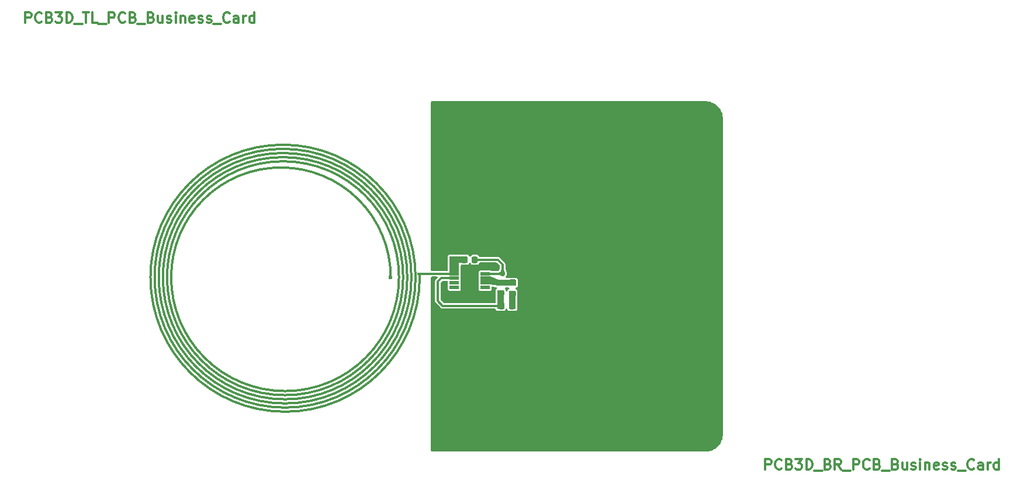
<source format=gbr>
%TF.GenerationSoftware,KiCad,Pcbnew,8.0.1*%
%TF.CreationDate,2024-04-04T11:53:40-04:00*%
%TF.ProjectId,PCB_Business_Card,5043425f-4275-4736-996e-6573735f4361,0*%
%TF.SameCoordinates,Original*%
%TF.FileFunction,Copper,L1,Top*%
%TF.FilePolarity,Positive*%
%FSLAX46Y46*%
G04 Gerber Fmt 4.6, Leading zero omitted, Abs format (unit mm)*
G04 Created by KiCad (PCBNEW 8.0.1) date 2024-04-04 11:53:40*
%MOMM*%
%LPD*%
G01*
G04 APERTURE LIST*
G04 Aperture macros list*
%AMRoundRect*
0 Rectangle with rounded corners*
0 $1 Rounding radius*
0 $2 $3 $4 $5 $6 $7 $8 $9 X,Y pos of 4 corners*
0 Add a 4 corners polygon primitive as box body*
4,1,4,$2,$3,$4,$5,$6,$7,$8,$9,$2,$3,0*
0 Add four circle primitives for the rounded corners*
1,1,$1+$1,$2,$3*
1,1,$1+$1,$4,$5*
1,1,$1+$1,$6,$7*
1,1,$1+$1,$8,$9*
0 Add four rect primitives between the rounded corners*
20,1,$1+$1,$2,$3,$4,$5,0*
20,1,$1+$1,$4,$5,$6,$7,0*
20,1,$1+$1,$6,$7,$8,$9,0*
20,1,$1+$1,$8,$9,$2,$3,0*%
G04 Aperture macros list end*
%ADD10C,0.300000*%
%TA.AperFunction,NonConductor*%
%ADD11C,0.300000*%
%TD*%
%TA.AperFunction,EtchedComponent*%
%ADD12C,0.300000*%
%TD*%
%TA.AperFunction,SMDPad,CuDef*%
%ADD13RoundRect,0.225000X-0.250000X0.225000X-0.250000X-0.225000X0.250000X-0.225000X0.250000X0.225000X0*%
%TD*%
%TA.AperFunction,ComponentPad*%
%ADD14C,0.700000*%
%TD*%
%TA.AperFunction,SMDPad,CuDef*%
%ADD15R,1.358900X0.508000*%
%TD*%
%TA.AperFunction,ComponentPad*%
%ADD16C,0.600000*%
%TD*%
%TA.AperFunction,SMDPad,CuDef*%
%ADD17RoundRect,0.075000X-1.125000X-0.075000X1.125000X-0.075000X1.125000X0.075000X-1.125000X0.075000X0*%
%TD*%
%TA.AperFunction,SMDPad,CuDef*%
%ADD18RoundRect,0.225000X-0.225000X-0.250000X0.225000X-0.250000X0.225000X0.250000X-0.225000X0.250000X0*%
%TD*%
%TA.AperFunction,SMDPad,CuDef*%
%ADD19RoundRect,0.200000X-0.275000X0.200000X-0.275000X-0.200000X0.275000X-0.200000X0.275000X0.200000X0*%
%TD*%
%TA.AperFunction,SMDPad,CuDef*%
%ADD20RoundRect,0.218750X-0.218750X-0.256250X0.218750X-0.256250X0.218750X0.256250X-0.218750X0.256250X0*%
%TD*%
%TA.AperFunction,Conductor*%
%ADD21C,0.300000*%
%TD*%
G04 APERTURE END LIST*
D10*
D11*
X183942510Y-116894828D02*
X183942510Y-115394828D01*
X183942510Y-115394828D02*
X184513939Y-115394828D01*
X184513939Y-115394828D02*
X184656796Y-115466257D01*
X184656796Y-115466257D02*
X184728225Y-115537685D01*
X184728225Y-115537685D02*
X184799653Y-115680542D01*
X184799653Y-115680542D02*
X184799653Y-115894828D01*
X184799653Y-115894828D02*
X184728225Y-116037685D01*
X184728225Y-116037685D02*
X184656796Y-116109114D01*
X184656796Y-116109114D02*
X184513939Y-116180542D01*
X184513939Y-116180542D02*
X183942510Y-116180542D01*
X186299653Y-116751971D02*
X186228225Y-116823400D01*
X186228225Y-116823400D02*
X186013939Y-116894828D01*
X186013939Y-116894828D02*
X185871082Y-116894828D01*
X185871082Y-116894828D02*
X185656796Y-116823400D01*
X185656796Y-116823400D02*
X185513939Y-116680542D01*
X185513939Y-116680542D02*
X185442510Y-116537685D01*
X185442510Y-116537685D02*
X185371082Y-116251971D01*
X185371082Y-116251971D02*
X185371082Y-116037685D01*
X185371082Y-116037685D02*
X185442510Y-115751971D01*
X185442510Y-115751971D02*
X185513939Y-115609114D01*
X185513939Y-115609114D02*
X185656796Y-115466257D01*
X185656796Y-115466257D02*
X185871082Y-115394828D01*
X185871082Y-115394828D02*
X186013939Y-115394828D01*
X186013939Y-115394828D02*
X186228225Y-115466257D01*
X186228225Y-115466257D02*
X186299653Y-115537685D01*
X187442510Y-116109114D02*
X187656796Y-116180542D01*
X187656796Y-116180542D02*
X187728225Y-116251971D01*
X187728225Y-116251971D02*
X187799653Y-116394828D01*
X187799653Y-116394828D02*
X187799653Y-116609114D01*
X187799653Y-116609114D02*
X187728225Y-116751971D01*
X187728225Y-116751971D02*
X187656796Y-116823400D01*
X187656796Y-116823400D02*
X187513939Y-116894828D01*
X187513939Y-116894828D02*
X186942510Y-116894828D01*
X186942510Y-116894828D02*
X186942510Y-115394828D01*
X186942510Y-115394828D02*
X187442510Y-115394828D01*
X187442510Y-115394828D02*
X187585368Y-115466257D01*
X187585368Y-115466257D02*
X187656796Y-115537685D01*
X187656796Y-115537685D02*
X187728225Y-115680542D01*
X187728225Y-115680542D02*
X187728225Y-115823400D01*
X187728225Y-115823400D02*
X187656796Y-115966257D01*
X187656796Y-115966257D02*
X187585368Y-116037685D01*
X187585368Y-116037685D02*
X187442510Y-116109114D01*
X187442510Y-116109114D02*
X186942510Y-116109114D01*
X188299653Y-115394828D02*
X189228225Y-115394828D01*
X189228225Y-115394828D02*
X188728225Y-115966257D01*
X188728225Y-115966257D02*
X188942510Y-115966257D01*
X188942510Y-115966257D02*
X189085368Y-116037685D01*
X189085368Y-116037685D02*
X189156796Y-116109114D01*
X189156796Y-116109114D02*
X189228225Y-116251971D01*
X189228225Y-116251971D02*
X189228225Y-116609114D01*
X189228225Y-116609114D02*
X189156796Y-116751971D01*
X189156796Y-116751971D02*
X189085368Y-116823400D01*
X189085368Y-116823400D02*
X188942510Y-116894828D01*
X188942510Y-116894828D02*
X188513939Y-116894828D01*
X188513939Y-116894828D02*
X188371082Y-116823400D01*
X188371082Y-116823400D02*
X188299653Y-116751971D01*
X189871081Y-116894828D02*
X189871081Y-115394828D01*
X189871081Y-115394828D02*
X190228224Y-115394828D01*
X190228224Y-115394828D02*
X190442510Y-115466257D01*
X190442510Y-115466257D02*
X190585367Y-115609114D01*
X190585367Y-115609114D02*
X190656796Y-115751971D01*
X190656796Y-115751971D02*
X190728224Y-116037685D01*
X190728224Y-116037685D02*
X190728224Y-116251971D01*
X190728224Y-116251971D02*
X190656796Y-116537685D01*
X190656796Y-116537685D02*
X190585367Y-116680542D01*
X190585367Y-116680542D02*
X190442510Y-116823400D01*
X190442510Y-116823400D02*
X190228224Y-116894828D01*
X190228224Y-116894828D02*
X189871081Y-116894828D01*
X191013939Y-117037685D02*
X192156796Y-117037685D01*
X193013938Y-116109114D02*
X193228224Y-116180542D01*
X193228224Y-116180542D02*
X193299653Y-116251971D01*
X193299653Y-116251971D02*
X193371081Y-116394828D01*
X193371081Y-116394828D02*
X193371081Y-116609114D01*
X193371081Y-116609114D02*
X193299653Y-116751971D01*
X193299653Y-116751971D02*
X193228224Y-116823400D01*
X193228224Y-116823400D02*
X193085367Y-116894828D01*
X193085367Y-116894828D02*
X192513938Y-116894828D01*
X192513938Y-116894828D02*
X192513938Y-115394828D01*
X192513938Y-115394828D02*
X193013938Y-115394828D01*
X193013938Y-115394828D02*
X193156796Y-115466257D01*
X193156796Y-115466257D02*
X193228224Y-115537685D01*
X193228224Y-115537685D02*
X193299653Y-115680542D01*
X193299653Y-115680542D02*
X193299653Y-115823400D01*
X193299653Y-115823400D02*
X193228224Y-115966257D01*
X193228224Y-115966257D02*
X193156796Y-116037685D01*
X193156796Y-116037685D02*
X193013938Y-116109114D01*
X193013938Y-116109114D02*
X192513938Y-116109114D01*
X194871081Y-116894828D02*
X194371081Y-116180542D01*
X194013938Y-116894828D02*
X194013938Y-115394828D01*
X194013938Y-115394828D02*
X194585367Y-115394828D01*
X194585367Y-115394828D02*
X194728224Y-115466257D01*
X194728224Y-115466257D02*
X194799653Y-115537685D01*
X194799653Y-115537685D02*
X194871081Y-115680542D01*
X194871081Y-115680542D02*
X194871081Y-115894828D01*
X194871081Y-115894828D02*
X194799653Y-116037685D01*
X194799653Y-116037685D02*
X194728224Y-116109114D01*
X194728224Y-116109114D02*
X194585367Y-116180542D01*
X194585367Y-116180542D02*
X194013938Y-116180542D01*
X195156796Y-117037685D02*
X196299653Y-117037685D01*
X196656795Y-116894828D02*
X196656795Y-115394828D01*
X196656795Y-115394828D02*
X197228224Y-115394828D01*
X197228224Y-115394828D02*
X197371081Y-115466257D01*
X197371081Y-115466257D02*
X197442510Y-115537685D01*
X197442510Y-115537685D02*
X197513938Y-115680542D01*
X197513938Y-115680542D02*
X197513938Y-115894828D01*
X197513938Y-115894828D02*
X197442510Y-116037685D01*
X197442510Y-116037685D02*
X197371081Y-116109114D01*
X197371081Y-116109114D02*
X197228224Y-116180542D01*
X197228224Y-116180542D02*
X196656795Y-116180542D01*
X199013938Y-116751971D02*
X198942510Y-116823400D01*
X198942510Y-116823400D02*
X198728224Y-116894828D01*
X198728224Y-116894828D02*
X198585367Y-116894828D01*
X198585367Y-116894828D02*
X198371081Y-116823400D01*
X198371081Y-116823400D02*
X198228224Y-116680542D01*
X198228224Y-116680542D02*
X198156795Y-116537685D01*
X198156795Y-116537685D02*
X198085367Y-116251971D01*
X198085367Y-116251971D02*
X198085367Y-116037685D01*
X198085367Y-116037685D02*
X198156795Y-115751971D01*
X198156795Y-115751971D02*
X198228224Y-115609114D01*
X198228224Y-115609114D02*
X198371081Y-115466257D01*
X198371081Y-115466257D02*
X198585367Y-115394828D01*
X198585367Y-115394828D02*
X198728224Y-115394828D01*
X198728224Y-115394828D02*
X198942510Y-115466257D01*
X198942510Y-115466257D02*
X199013938Y-115537685D01*
X200156795Y-116109114D02*
X200371081Y-116180542D01*
X200371081Y-116180542D02*
X200442510Y-116251971D01*
X200442510Y-116251971D02*
X200513938Y-116394828D01*
X200513938Y-116394828D02*
X200513938Y-116609114D01*
X200513938Y-116609114D02*
X200442510Y-116751971D01*
X200442510Y-116751971D02*
X200371081Y-116823400D01*
X200371081Y-116823400D02*
X200228224Y-116894828D01*
X200228224Y-116894828D02*
X199656795Y-116894828D01*
X199656795Y-116894828D02*
X199656795Y-115394828D01*
X199656795Y-115394828D02*
X200156795Y-115394828D01*
X200156795Y-115394828D02*
X200299653Y-115466257D01*
X200299653Y-115466257D02*
X200371081Y-115537685D01*
X200371081Y-115537685D02*
X200442510Y-115680542D01*
X200442510Y-115680542D02*
X200442510Y-115823400D01*
X200442510Y-115823400D02*
X200371081Y-115966257D01*
X200371081Y-115966257D02*
X200299653Y-116037685D01*
X200299653Y-116037685D02*
X200156795Y-116109114D01*
X200156795Y-116109114D02*
X199656795Y-116109114D01*
X200799653Y-117037685D02*
X201942510Y-117037685D01*
X202799652Y-116109114D02*
X203013938Y-116180542D01*
X203013938Y-116180542D02*
X203085367Y-116251971D01*
X203085367Y-116251971D02*
X203156795Y-116394828D01*
X203156795Y-116394828D02*
X203156795Y-116609114D01*
X203156795Y-116609114D02*
X203085367Y-116751971D01*
X203085367Y-116751971D02*
X203013938Y-116823400D01*
X203013938Y-116823400D02*
X202871081Y-116894828D01*
X202871081Y-116894828D02*
X202299652Y-116894828D01*
X202299652Y-116894828D02*
X202299652Y-115394828D01*
X202299652Y-115394828D02*
X202799652Y-115394828D01*
X202799652Y-115394828D02*
X202942510Y-115466257D01*
X202942510Y-115466257D02*
X203013938Y-115537685D01*
X203013938Y-115537685D02*
X203085367Y-115680542D01*
X203085367Y-115680542D02*
X203085367Y-115823400D01*
X203085367Y-115823400D02*
X203013938Y-115966257D01*
X203013938Y-115966257D02*
X202942510Y-116037685D01*
X202942510Y-116037685D02*
X202799652Y-116109114D01*
X202799652Y-116109114D02*
X202299652Y-116109114D01*
X204442510Y-115894828D02*
X204442510Y-116894828D01*
X203799652Y-115894828D02*
X203799652Y-116680542D01*
X203799652Y-116680542D02*
X203871081Y-116823400D01*
X203871081Y-116823400D02*
X204013938Y-116894828D01*
X204013938Y-116894828D02*
X204228224Y-116894828D01*
X204228224Y-116894828D02*
X204371081Y-116823400D01*
X204371081Y-116823400D02*
X204442510Y-116751971D01*
X205085367Y-116823400D02*
X205228224Y-116894828D01*
X205228224Y-116894828D02*
X205513938Y-116894828D01*
X205513938Y-116894828D02*
X205656795Y-116823400D01*
X205656795Y-116823400D02*
X205728224Y-116680542D01*
X205728224Y-116680542D02*
X205728224Y-116609114D01*
X205728224Y-116609114D02*
X205656795Y-116466257D01*
X205656795Y-116466257D02*
X205513938Y-116394828D01*
X205513938Y-116394828D02*
X205299653Y-116394828D01*
X205299653Y-116394828D02*
X205156795Y-116323400D01*
X205156795Y-116323400D02*
X205085367Y-116180542D01*
X205085367Y-116180542D02*
X205085367Y-116109114D01*
X205085367Y-116109114D02*
X205156795Y-115966257D01*
X205156795Y-115966257D02*
X205299653Y-115894828D01*
X205299653Y-115894828D02*
X205513938Y-115894828D01*
X205513938Y-115894828D02*
X205656795Y-115966257D01*
X206371081Y-116894828D02*
X206371081Y-115894828D01*
X206371081Y-115394828D02*
X206299653Y-115466257D01*
X206299653Y-115466257D02*
X206371081Y-115537685D01*
X206371081Y-115537685D02*
X206442510Y-115466257D01*
X206442510Y-115466257D02*
X206371081Y-115394828D01*
X206371081Y-115394828D02*
X206371081Y-115537685D01*
X207085367Y-115894828D02*
X207085367Y-116894828D01*
X207085367Y-116037685D02*
X207156796Y-115966257D01*
X207156796Y-115966257D02*
X207299653Y-115894828D01*
X207299653Y-115894828D02*
X207513939Y-115894828D01*
X207513939Y-115894828D02*
X207656796Y-115966257D01*
X207656796Y-115966257D02*
X207728225Y-116109114D01*
X207728225Y-116109114D02*
X207728225Y-116894828D01*
X209013939Y-116823400D02*
X208871082Y-116894828D01*
X208871082Y-116894828D02*
X208585368Y-116894828D01*
X208585368Y-116894828D02*
X208442510Y-116823400D01*
X208442510Y-116823400D02*
X208371082Y-116680542D01*
X208371082Y-116680542D02*
X208371082Y-116109114D01*
X208371082Y-116109114D02*
X208442510Y-115966257D01*
X208442510Y-115966257D02*
X208585368Y-115894828D01*
X208585368Y-115894828D02*
X208871082Y-115894828D01*
X208871082Y-115894828D02*
X209013939Y-115966257D01*
X209013939Y-115966257D02*
X209085368Y-116109114D01*
X209085368Y-116109114D02*
X209085368Y-116251971D01*
X209085368Y-116251971D02*
X208371082Y-116394828D01*
X209656796Y-116823400D02*
X209799653Y-116894828D01*
X209799653Y-116894828D02*
X210085367Y-116894828D01*
X210085367Y-116894828D02*
X210228224Y-116823400D01*
X210228224Y-116823400D02*
X210299653Y-116680542D01*
X210299653Y-116680542D02*
X210299653Y-116609114D01*
X210299653Y-116609114D02*
X210228224Y-116466257D01*
X210228224Y-116466257D02*
X210085367Y-116394828D01*
X210085367Y-116394828D02*
X209871082Y-116394828D01*
X209871082Y-116394828D02*
X209728224Y-116323400D01*
X209728224Y-116323400D02*
X209656796Y-116180542D01*
X209656796Y-116180542D02*
X209656796Y-116109114D01*
X209656796Y-116109114D02*
X209728224Y-115966257D01*
X209728224Y-115966257D02*
X209871082Y-115894828D01*
X209871082Y-115894828D02*
X210085367Y-115894828D01*
X210085367Y-115894828D02*
X210228224Y-115966257D01*
X210871082Y-116823400D02*
X211013939Y-116894828D01*
X211013939Y-116894828D02*
X211299653Y-116894828D01*
X211299653Y-116894828D02*
X211442510Y-116823400D01*
X211442510Y-116823400D02*
X211513939Y-116680542D01*
X211513939Y-116680542D02*
X211513939Y-116609114D01*
X211513939Y-116609114D02*
X211442510Y-116466257D01*
X211442510Y-116466257D02*
X211299653Y-116394828D01*
X211299653Y-116394828D02*
X211085368Y-116394828D01*
X211085368Y-116394828D02*
X210942510Y-116323400D01*
X210942510Y-116323400D02*
X210871082Y-116180542D01*
X210871082Y-116180542D02*
X210871082Y-116109114D01*
X210871082Y-116109114D02*
X210942510Y-115966257D01*
X210942510Y-115966257D02*
X211085368Y-115894828D01*
X211085368Y-115894828D02*
X211299653Y-115894828D01*
X211299653Y-115894828D02*
X211442510Y-115966257D01*
X211799654Y-117037685D02*
X212942511Y-117037685D01*
X214156796Y-116751971D02*
X214085368Y-116823400D01*
X214085368Y-116823400D02*
X213871082Y-116894828D01*
X213871082Y-116894828D02*
X213728225Y-116894828D01*
X213728225Y-116894828D02*
X213513939Y-116823400D01*
X213513939Y-116823400D02*
X213371082Y-116680542D01*
X213371082Y-116680542D02*
X213299653Y-116537685D01*
X213299653Y-116537685D02*
X213228225Y-116251971D01*
X213228225Y-116251971D02*
X213228225Y-116037685D01*
X213228225Y-116037685D02*
X213299653Y-115751971D01*
X213299653Y-115751971D02*
X213371082Y-115609114D01*
X213371082Y-115609114D02*
X213513939Y-115466257D01*
X213513939Y-115466257D02*
X213728225Y-115394828D01*
X213728225Y-115394828D02*
X213871082Y-115394828D01*
X213871082Y-115394828D02*
X214085368Y-115466257D01*
X214085368Y-115466257D02*
X214156796Y-115537685D01*
X215442511Y-116894828D02*
X215442511Y-116109114D01*
X215442511Y-116109114D02*
X215371082Y-115966257D01*
X215371082Y-115966257D02*
X215228225Y-115894828D01*
X215228225Y-115894828D02*
X214942511Y-115894828D01*
X214942511Y-115894828D02*
X214799653Y-115966257D01*
X215442511Y-116823400D02*
X215299653Y-116894828D01*
X215299653Y-116894828D02*
X214942511Y-116894828D01*
X214942511Y-116894828D02*
X214799653Y-116823400D01*
X214799653Y-116823400D02*
X214728225Y-116680542D01*
X214728225Y-116680542D02*
X214728225Y-116537685D01*
X214728225Y-116537685D02*
X214799653Y-116394828D01*
X214799653Y-116394828D02*
X214942511Y-116323400D01*
X214942511Y-116323400D02*
X215299653Y-116323400D01*
X215299653Y-116323400D02*
X215442511Y-116251971D01*
X216156796Y-116894828D02*
X216156796Y-115894828D01*
X216156796Y-116180542D02*
X216228225Y-116037685D01*
X216228225Y-116037685D02*
X216299654Y-115966257D01*
X216299654Y-115966257D02*
X216442511Y-115894828D01*
X216442511Y-115894828D02*
X216585368Y-115894828D01*
X217728225Y-116894828D02*
X217728225Y-115394828D01*
X217728225Y-116823400D02*
X217585367Y-116894828D01*
X217585367Y-116894828D02*
X217299653Y-116894828D01*
X217299653Y-116894828D02*
X217156796Y-116823400D01*
X217156796Y-116823400D02*
X217085367Y-116751971D01*
X217085367Y-116751971D02*
X217013939Y-116609114D01*
X217013939Y-116609114D02*
X217013939Y-116180542D01*
X217013939Y-116180542D02*
X217085367Y-116037685D01*
X217085367Y-116037685D02*
X217156796Y-115966257D01*
X217156796Y-115966257D02*
X217299653Y-115894828D01*
X217299653Y-115894828D02*
X217585367Y-115894828D01*
X217585367Y-115894828D02*
X217728225Y-115966257D01*
D10*
D11*
X76754510Y-52124828D02*
X76754510Y-50624828D01*
X76754510Y-50624828D02*
X77325939Y-50624828D01*
X77325939Y-50624828D02*
X77468796Y-50696257D01*
X77468796Y-50696257D02*
X77540225Y-50767685D01*
X77540225Y-50767685D02*
X77611653Y-50910542D01*
X77611653Y-50910542D02*
X77611653Y-51124828D01*
X77611653Y-51124828D02*
X77540225Y-51267685D01*
X77540225Y-51267685D02*
X77468796Y-51339114D01*
X77468796Y-51339114D02*
X77325939Y-51410542D01*
X77325939Y-51410542D02*
X76754510Y-51410542D01*
X79111653Y-51981971D02*
X79040225Y-52053400D01*
X79040225Y-52053400D02*
X78825939Y-52124828D01*
X78825939Y-52124828D02*
X78683082Y-52124828D01*
X78683082Y-52124828D02*
X78468796Y-52053400D01*
X78468796Y-52053400D02*
X78325939Y-51910542D01*
X78325939Y-51910542D02*
X78254510Y-51767685D01*
X78254510Y-51767685D02*
X78183082Y-51481971D01*
X78183082Y-51481971D02*
X78183082Y-51267685D01*
X78183082Y-51267685D02*
X78254510Y-50981971D01*
X78254510Y-50981971D02*
X78325939Y-50839114D01*
X78325939Y-50839114D02*
X78468796Y-50696257D01*
X78468796Y-50696257D02*
X78683082Y-50624828D01*
X78683082Y-50624828D02*
X78825939Y-50624828D01*
X78825939Y-50624828D02*
X79040225Y-50696257D01*
X79040225Y-50696257D02*
X79111653Y-50767685D01*
X80254510Y-51339114D02*
X80468796Y-51410542D01*
X80468796Y-51410542D02*
X80540225Y-51481971D01*
X80540225Y-51481971D02*
X80611653Y-51624828D01*
X80611653Y-51624828D02*
X80611653Y-51839114D01*
X80611653Y-51839114D02*
X80540225Y-51981971D01*
X80540225Y-51981971D02*
X80468796Y-52053400D01*
X80468796Y-52053400D02*
X80325939Y-52124828D01*
X80325939Y-52124828D02*
X79754510Y-52124828D01*
X79754510Y-52124828D02*
X79754510Y-50624828D01*
X79754510Y-50624828D02*
X80254510Y-50624828D01*
X80254510Y-50624828D02*
X80397368Y-50696257D01*
X80397368Y-50696257D02*
X80468796Y-50767685D01*
X80468796Y-50767685D02*
X80540225Y-50910542D01*
X80540225Y-50910542D02*
X80540225Y-51053400D01*
X80540225Y-51053400D02*
X80468796Y-51196257D01*
X80468796Y-51196257D02*
X80397368Y-51267685D01*
X80397368Y-51267685D02*
X80254510Y-51339114D01*
X80254510Y-51339114D02*
X79754510Y-51339114D01*
X81111653Y-50624828D02*
X82040225Y-50624828D01*
X82040225Y-50624828D02*
X81540225Y-51196257D01*
X81540225Y-51196257D02*
X81754510Y-51196257D01*
X81754510Y-51196257D02*
X81897368Y-51267685D01*
X81897368Y-51267685D02*
X81968796Y-51339114D01*
X81968796Y-51339114D02*
X82040225Y-51481971D01*
X82040225Y-51481971D02*
X82040225Y-51839114D01*
X82040225Y-51839114D02*
X81968796Y-51981971D01*
X81968796Y-51981971D02*
X81897368Y-52053400D01*
X81897368Y-52053400D02*
X81754510Y-52124828D01*
X81754510Y-52124828D02*
X81325939Y-52124828D01*
X81325939Y-52124828D02*
X81183082Y-52053400D01*
X81183082Y-52053400D02*
X81111653Y-51981971D01*
X82683081Y-52124828D02*
X82683081Y-50624828D01*
X82683081Y-50624828D02*
X83040224Y-50624828D01*
X83040224Y-50624828D02*
X83254510Y-50696257D01*
X83254510Y-50696257D02*
X83397367Y-50839114D01*
X83397367Y-50839114D02*
X83468796Y-50981971D01*
X83468796Y-50981971D02*
X83540224Y-51267685D01*
X83540224Y-51267685D02*
X83540224Y-51481971D01*
X83540224Y-51481971D02*
X83468796Y-51767685D01*
X83468796Y-51767685D02*
X83397367Y-51910542D01*
X83397367Y-51910542D02*
X83254510Y-52053400D01*
X83254510Y-52053400D02*
X83040224Y-52124828D01*
X83040224Y-52124828D02*
X82683081Y-52124828D01*
X83825939Y-52267685D02*
X84968796Y-52267685D01*
X85111653Y-50624828D02*
X85968796Y-50624828D01*
X85540224Y-52124828D02*
X85540224Y-50624828D01*
X87183081Y-52124828D02*
X86468795Y-52124828D01*
X86468795Y-52124828D02*
X86468795Y-50624828D01*
X87325939Y-52267685D02*
X88468796Y-52267685D01*
X88825938Y-52124828D02*
X88825938Y-50624828D01*
X88825938Y-50624828D02*
X89397367Y-50624828D01*
X89397367Y-50624828D02*
X89540224Y-50696257D01*
X89540224Y-50696257D02*
X89611653Y-50767685D01*
X89611653Y-50767685D02*
X89683081Y-50910542D01*
X89683081Y-50910542D02*
X89683081Y-51124828D01*
X89683081Y-51124828D02*
X89611653Y-51267685D01*
X89611653Y-51267685D02*
X89540224Y-51339114D01*
X89540224Y-51339114D02*
X89397367Y-51410542D01*
X89397367Y-51410542D02*
X88825938Y-51410542D01*
X91183081Y-51981971D02*
X91111653Y-52053400D01*
X91111653Y-52053400D02*
X90897367Y-52124828D01*
X90897367Y-52124828D02*
X90754510Y-52124828D01*
X90754510Y-52124828D02*
X90540224Y-52053400D01*
X90540224Y-52053400D02*
X90397367Y-51910542D01*
X90397367Y-51910542D02*
X90325938Y-51767685D01*
X90325938Y-51767685D02*
X90254510Y-51481971D01*
X90254510Y-51481971D02*
X90254510Y-51267685D01*
X90254510Y-51267685D02*
X90325938Y-50981971D01*
X90325938Y-50981971D02*
X90397367Y-50839114D01*
X90397367Y-50839114D02*
X90540224Y-50696257D01*
X90540224Y-50696257D02*
X90754510Y-50624828D01*
X90754510Y-50624828D02*
X90897367Y-50624828D01*
X90897367Y-50624828D02*
X91111653Y-50696257D01*
X91111653Y-50696257D02*
X91183081Y-50767685D01*
X92325938Y-51339114D02*
X92540224Y-51410542D01*
X92540224Y-51410542D02*
X92611653Y-51481971D01*
X92611653Y-51481971D02*
X92683081Y-51624828D01*
X92683081Y-51624828D02*
X92683081Y-51839114D01*
X92683081Y-51839114D02*
X92611653Y-51981971D01*
X92611653Y-51981971D02*
X92540224Y-52053400D01*
X92540224Y-52053400D02*
X92397367Y-52124828D01*
X92397367Y-52124828D02*
X91825938Y-52124828D01*
X91825938Y-52124828D02*
X91825938Y-50624828D01*
X91825938Y-50624828D02*
X92325938Y-50624828D01*
X92325938Y-50624828D02*
X92468796Y-50696257D01*
X92468796Y-50696257D02*
X92540224Y-50767685D01*
X92540224Y-50767685D02*
X92611653Y-50910542D01*
X92611653Y-50910542D02*
X92611653Y-51053400D01*
X92611653Y-51053400D02*
X92540224Y-51196257D01*
X92540224Y-51196257D02*
X92468796Y-51267685D01*
X92468796Y-51267685D02*
X92325938Y-51339114D01*
X92325938Y-51339114D02*
X91825938Y-51339114D01*
X92968796Y-52267685D02*
X94111653Y-52267685D01*
X94968795Y-51339114D02*
X95183081Y-51410542D01*
X95183081Y-51410542D02*
X95254510Y-51481971D01*
X95254510Y-51481971D02*
X95325938Y-51624828D01*
X95325938Y-51624828D02*
X95325938Y-51839114D01*
X95325938Y-51839114D02*
X95254510Y-51981971D01*
X95254510Y-51981971D02*
X95183081Y-52053400D01*
X95183081Y-52053400D02*
X95040224Y-52124828D01*
X95040224Y-52124828D02*
X94468795Y-52124828D01*
X94468795Y-52124828D02*
X94468795Y-50624828D01*
X94468795Y-50624828D02*
X94968795Y-50624828D01*
X94968795Y-50624828D02*
X95111653Y-50696257D01*
X95111653Y-50696257D02*
X95183081Y-50767685D01*
X95183081Y-50767685D02*
X95254510Y-50910542D01*
X95254510Y-50910542D02*
X95254510Y-51053400D01*
X95254510Y-51053400D02*
X95183081Y-51196257D01*
X95183081Y-51196257D02*
X95111653Y-51267685D01*
X95111653Y-51267685D02*
X94968795Y-51339114D01*
X94968795Y-51339114D02*
X94468795Y-51339114D01*
X96611653Y-51124828D02*
X96611653Y-52124828D01*
X95968795Y-51124828D02*
X95968795Y-51910542D01*
X95968795Y-51910542D02*
X96040224Y-52053400D01*
X96040224Y-52053400D02*
X96183081Y-52124828D01*
X96183081Y-52124828D02*
X96397367Y-52124828D01*
X96397367Y-52124828D02*
X96540224Y-52053400D01*
X96540224Y-52053400D02*
X96611653Y-51981971D01*
X97254510Y-52053400D02*
X97397367Y-52124828D01*
X97397367Y-52124828D02*
X97683081Y-52124828D01*
X97683081Y-52124828D02*
X97825938Y-52053400D01*
X97825938Y-52053400D02*
X97897367Y-51910542D01*
X97897367Y-51910542D02*
X97897367Y-51839114D01*
X97897367Y-51839114D02*
X97825938Y-51696257D01*
X97825938Y-51696257D02*
X97683081Y-51624828D01*
X97683081Y-51624828D02*
X97468796Y-51624828D01*
X97468796Y-51624828D02*
X97325938Y-51553400D01*
X97325938Y-51553400D02*
X97254510Y-51410542D01*
X97254510Y-51410542D02*
X97254510Y-51339114D01*
X97254510Y-51339114D02*
X97325938Y-51196257D01*
X97325938Y-51196257D02*
X97468796Y-51124828D01*
X97468796Y-51124828D02*
X97683081Y-51124828D01*
X97683081Y-51124828D02*
X97825938Y-51196257D01*
X98540224Y-52124828D02*
X98540224Y-51124828D01*
X98540224Y-50624828D02*
X98468796Y-50696257D01*
X98468796Y-50696257D02*
X98540224Y-50767685D01*
X98540224Y-50767685D02*
X98611653Y-50696257D01*
X98611653Y-50696257D02*
X98540224Y-50624828D01*
X98540224Y-50624828D02*
X98540224Y-50767685D01*
X99254510Y-51124828D02*
X99254510Y-52124828D01*
X99254510Y-51267685D02*
X99325939Y-51196257D01*
X99325939Y-51196257D02*
X99468796Y-51124828D01*
X99468796Y-51124828D02*
X99683082Y-51124828D01*
X99683082Y-51124828D02*
X99825939Y-51196257D01*
X99825939Y-51196257D02*
X99897368Y-51339114D01*
X99897368Y-51339114D02*
X99897368Y-52124828D01*
X101183082Y-52053400D02*
X101040225Y-52124828D01*
X101040225Y-52124828D02*
X100754511Y-52124828D01*
X100754511Y-52124828D02*
X100611653Y-52053400D01*
X100611653Y-52053400D02*
X100540225Y-51910542D01*
X100540225Y-51910542D02*
X100540225Y-51339114D01*
X100540225Y-51339114D02*
X100611653Y-51196257D01*
X100611653Y-51196257D02*
X100754511Y-51124828D01*
X100754511Y-51124828D02*
X101040225Y-51124828D01*
X101040225Y-51124828D02*
X101183082Y-51196257D01*
X101183082Y-51196257D02*
X101254511Y-51339114D01*
X101254511Y-51339114D02*
X101254511Y-51481971D01*
X101254511Y-51481971D02*
X100540225Y-51624828D01*
X101825939Y-52053400D02*
X101968796Y-52124828D01*
X101968796Y-52124828D02*
X102254510Y-52124828D01*
X102254510Y-52124828D02*
X102397367Y-52053400D01*
X102397367Y-52053400D02*
X102468796Y-51910542D01*
X102468796Y-51910542D02*
X102468796Y-51839114D01*
X102468796Y-51839114D02*
X102397367Y-51696257D01*
X102397367Y-51696257D02*
X102254510Y-51624828D01*
X102254510Y-51624828D02*
X102040225Y-51624828D01*
X102040225Y-51624828D02*
X101897367Y-51553400D01*
X101897367Y-51553400D02*
X101825939Y-51410542D01*
X101825939Y-51410542D02*
X101825939Y-51339114D01*
X101825939Y-51339114D02*
X101897367Y-51196257D01*
X101897367Y-51196257D02*
X102040225Y-51124828D01*
X102040225Y-51124828D02*
X102254510Y-51124828D01*
X102254510Y-51124828D02*
X102397367Y-51196257D01*
X103040225Y-52053400D02*
X103183082Y-52124828D01*
X103183082Y-52124828D02*
X103468796Y-52124828D01*
X103468796Y-52124828D02*
X103611653Y-52053400D01*
X103611653Y-52053400D02*
X103683082Y-51910542D01*
X103683082Y-51910542D02*
X103683082Y-51839114D01*
X103683082Y-51839114D02*
X103611653Y-51696257D01*
X103611653Y-51696257D02*
X103468796Y-51624828D01*
X103468796Y-51624828D02*
X103254511Y-51624828D01*
X103254511Y-51624828D02*
X103111653Y-51553400D01*
X103111653Y-51553400D02*
X103040225Y-51410542D01*
X103040225Y-51410542D02*
X103040225Y-51339114D01*
X103040225Y-51339114D02*
X103111653Y-51196257D01*
X103111653Y-51196257D02*
X103254511Y-51124828D01*
X103254511Y-51124828D02*
X103468796Y-51124828D01*
X103468796Y-51124828D02*
X103611653Y-51196257D01*
X103968797Y-52267685D02*
X105111654Y-52267685D01*
X106325939Y-51981971D02*
X106254511Y-52053400D01*
X106254511Y-52053400D02*
X106040225Y-52124828D01*
X106040225Y-52124828D02*
X105897368Y-52124828D01*
X105897368Y-52124828D02*
X105683082Y-52053400D01*
X105683082Y-52053400D02*
X105540225Y-51910542D01*
X105540225Y-51910542D02*
X105468796Y-51767685D01*
X105468796Y-51767685D02*
X105397368Y-51481971D01*
X105397368Y-51481971D02*
X105397368Y-51267685D01*
X105397368Y-51267685D02*
X105468796Y-50981971D01*
X105468796Y-50981971D02*
X105540225Y-50839114D01*
X105540225Y-50839114D02*
X105683082Y-50696257D01*
X105683082Y-50696257D02*
X105897368Y-50624828D01*
X105897368Y-50624828D02*
X106040225Y-50624828D01*
X106040225Y-50624828D02*
X106254511Y-50696257D01*
X106254511Y-50696257D02*
X106325939Y-50767685D01*
X107611654Y-52124828D02*
X107611654Y-51339114D01*
X107611654Y-51339114D02*
X107540225Y-51196257D01*
X107540225Y-51196257D02*
X107397368Y-51124828D01*
X107397368Y-51124828D02*
X107111654Y-51124828D01*
X107111654Y-51124828D02*
X106968796Y-51196257D01*
X107611654Y-52053400D02*
X107468796Y-52124828D01*
X107468796Y-52124828D02*
X107111654Y-52124828D01*
X107111654Y-52124828D02*
X106968796Y-52053400D01*
X106968796Y-52053400D02*
X106897368Y-51910542D01*
X106897368Y-51910542D02*
X106897368Y-51767685D01*
X106897368Y-51767685D02*
X106968796Y-51624828D01*
X106968796Y-51624828D02*
X107111654Y-51553400D01*
X107111654Y-51553400D02*
X107468796Y-51553400D01*
X107468796Y-51553400D02*
X107611654Y-51481971D01*
X108325939Y-52124828D02*
X108325939Y-51124828D01*
X108325939Y-51410542D02*
X108397368Y-51267685D01*
X108397368Y-51267685D02*
X108468797Y-51196257D01*
X108468797Y-51196257D02*
X108611654Y-51124828D01*
X108611654Y-51124828D02*
X108754511Y-51124828D01*
X109897368Y-52124828D02*
X109897368Y-50624828D01*
X109897368Y-52053400D02*
X109754510Y-52124828D01*
X109754510Y-52124828D02*
X109468796Y-52124828D01*
X109468796Y-52124828D02*
X109325939Y-52053400D01*
X109325939Y-52053400D02*
X109254510Y-51981971D01*
X109254510Y-51981971D02*
X109183082Y-51839114D01*
X109183082Y-51839114D02*
X109183082Y-51410542D01*
X109183082Y-51410542D02*
X109254510Y-51267685D01*
X109254510Y-51267685D02*
X109325939Y-51196257D01*
X109325939Y-51196257D02*
X109468796Y-51124828D01*
X109468796Y-51124828D02*
X109754510Y-51124828D01*
X109754510Y-51124828D02*
X109897368Y-51196257D01*
D12*
%TO.C,REF\u002A\u002A*%
X133868030Y-88519000D02*
X134368030Y-88519000D01*
X133868030Y-89019000D02*
X133868030Y-88519000D01*
X94868030Y-89019000D02*
G75*
G02*
X133268030Y-89019000I19200000J0D01*
G01*
X95468030Y-89019000D02*
G75*
G02*
X132668030Y-89019000I18600000J0D01*
G01*
X96068030Y-89019000D02*
G75*
G02*
X132068030Y-89019000I18000000J0D01*
G01*
X96668030Y-89019000D02*
G75*
G02*
X131468030Y-89019000I17400000J0D01*
G01*
X97268030Y-89019000D02*
G75*
G02*
X130868030Y-89019000I16800000J0D01*
G01*
X97868030Y-89019000D02*
G75*
G02*
X129668030Y-89019000I15900000J2830D01*
G01*
X130868029Y-89019000D02*
G75*
G02*
X97868031Y-89019000I-16499999J-10909D01*
G01*
X131468030Y-89019000D02*
G75*
G02*
X97268030Y-89019000I-17100000J0D01*
G01*
X132068030Y-89019000D02*
G75*
G02*
X96668030Y-89019000I-17700000J0D01*
G01*
X132668030Y-89019000D02*
G75*
G02*
X96068030Y-89019000I-18300000J0D01*
G01*
X133268030Y-89019000D02*
G75*
G02*
X95468030Y-89019000I-18900000J0D01*
G01*
X133868030Y-89019000D02*
G75*
G02*
X94868030Y-89019000I-19500000J0D01*
G01*
%TD*%
D13*
%TO.P,C1,1*%
%TO.N,Net-(U1-VCC)*%
X145601000Y-89814400D03*
%TO.P,C1,2*%
%TO.N,Net-(D1-K)*%
X145601000Y-91364400D03*
%TD*%
D14*
%TO.P,,*%
%TO.N,Net-(U1-LA)*%
X145880400Y-88519000D03*
%TD*%
D15*
%TO.P,U1,1,LA*%
%TO.N,Net-(U1-LA)*%
X138895400Y-88519000D03*
%TO.P,U1,2,VSS*%
%TO.N,Net-(D1-K)*%
X138895400Y-89168986D03*
%TO.P,U1,3,SCL*%
%TO.N,unconnected-(U1-SCL-Pad3)*%
X138895400Y-89818972D03*
%TO.P,U1,4,FD*%
%TO.N,unconnected-(U1-FD-Pad4)*%
X138895400Y-90468958D03*
%TO.P,U1,5,SDA*%
%TO.N,unconnected-(U1-SDA-Pad5)*%
X143353100Y-90468958D03*
%TO.P,U1,6,VCC*%
%TO.N,Net-(U1-VCC)*%
X143353100Y-89818972D03*
%TO.P,U1,7,VOUT*%
X143353100Y-89168986D03*
%TO.P,U1,8,LB*%
%TO.N,Net-(U1-LA)*%
X143353100Y-88519000D03*
%TD*%
D16*
%TO.P,REF\u002A\u002A,*%
%TO.N,Net-(U1-LA)*%
X129668030Y-89019000D03*
D17*
%TO.P,REF\u002A\u002A,1*%
X134718030Y-88519000D03*
%TD*%
D18*
%TO.P,C2,1*%
%TO.N,Net-(U1-LA)*%
X140309000Y-86487000D03*
%TO.P,C2,2*%
X141859000Y-86487000D03*
%TD*%
D19*
%TO.P,R1,1*%
%TO.N,Net-(U1-VCC)*%
X147302800Y-89763600D03*
%TO.P,R1,2*%
%TO.N,Net-(D1-A)*%
X147302800Y-91413600D03*
%TD*%
D20*
%TO.P,D1,1,K*%
%TO.N,Net-(D1-K)*%
X145677100Y-93167200D03*
%TO.P,D1,2,A*%
%TO.N,Net-(D1-A)*%
X147252100Y-93167200D03*
%TD*%
D21*
%TO.N,Net-(D1-K)*%
X136975414Y-89168986D02*
X136482400Y-89662000D01*
X136482400Y-89662000D02*
X136482400Y-92456000D01*
X136482400Y-92456000D02*
X137193600Y-93167200D01*
X138895400Y-89168986D02*
X136975414Y-89168986D01*
X137193600Y-93167200D02*
X145677100Y-93167200D01*
%TO.N,Net-(U1-LA)*%
X145880400Y-87155600D02*
X145880400Y-88519000D01*
X145211800Y-86487000D02*
X145880400Y-87155600D01*
X143353100Y-88519000D02*
X145880400Y-88519000D01*
X138895400Y-88519000D02*
X134820430Y-88519000D01*
X141859000Y-86487000D02*
X145211800Y-86487000D01*
%TD*%
%TA.AperFunction,Conductor*%
%TO.N,Net-(U1-VCC)*%
G36*
X144093522Y-88923760D02*
G01*
X145321600Y-89357200D01*
X147812600Y-89357200D01*
X147847248Y-89371552D01*
X147861600Y-89406200D01*
X147861600Y-90222600D01*
X147847248Y-90257248D01*
X147812600Y-90271600D01*
X145325419Y-90271600D01*
X145317826Y-90271008D01*
X144118168Y-90082826D01*
X144098538Y-90075160D01*
X144092208Y-90070930D01*
X144092207Y-90070929D01*
X144092206Y-90070929D01*
X144047610Y-90062058D01*
X142729000Y-90062058D01*
X142694352Y-90047706D01*
X142680000Y-90013058D01*
X142680000Y-88974899D01*
X142694352Y-88940251D01*
X142728997Y-88925899D01*
X144047606Y-88925899D01*
X144067660Y-88921910D01*
X144093522Y-88923760D01*
G37*
%TD.AperFunction*%
%TD*%
%TA.AperFunction,Conductor*%
%TO.N,Net-(U1-LA)*%
G36*
X140752448Y-86018752D02*
G01*
X140766800Y-86053400D01*
X140766800Y-86895200D01*
X140752448Y-86929848D01*
X140717800Y-86944200D01*
X139573000Y-86944200D01*
X139573000Y-88713086D01*
X139558648Y-88747734D01*
X139524000Y-88762086D01*
X138250400Y-88762086D01*
X138215752Y-88747734D01*
X138201400Y-88713086D01*
X138201400Y-86053400D01*
X138215752Y-86018752D01*
X138250400Y-86004400D01*
X140717800Y-86004400D01*
X140752448Y-86018752D01*
G37*
%TD.AperFunction*%
%TD*%
%TA.AperFunction,Conductor*%
%TO.N,Net-(U1-LA)*%
G36*
X146030020Y-87822427D02*
G01*
X146032934Y-87827274D01*
X146200652Y-88374920D01*
X146199798Y-88383834D01*
X146193971Y-88389144D01*
X145884906Y-88518119D01*
X145875951Y-88518142D01*
X145875894Y-88518119D01*
X145566828Y-88389144D01*
X145560513Y-88382795D01*
X145560147Y-88374922D01*
X145727866Y-87827273D01*
X145733565Y-87820367D01*
X145739053Y-87819000D01*
X146021747Y-87819000D01*
X146030020Y-87822427D01*
G37*
%TD.AperFunction*%
%TD*%
%TA.AperFunction,NonConductor*%
G36*
X146811416Y-90546785D02*
G01*
X146857171Y-90599589D01*
X146867115Y-90668747D01*
X146838090Y-90732303D01*
X146779312Y-90770077D01*
X146773750Y-90771443D01*
X146771419Y-90772150D01*
X146736774Y-90786501D01*
X146653887Y-90841885D01*
X146598507Y-90924765D01*
X146598500Y-90924777D01*
X146585828Y-90955368D01*
X146584667Y-90957912D01*
X146584147Y-90959428D01*
X146583586Y-90962251D01*
X146582413Y-90964491D01*
X146581461Y-90967273D01*
X146581034Y-90967127D01*
X146551195Y-91024159D01*
X146490476Y-91058727D01*
X146420707Y-91054981D01*
X146364039Y-91014109D01*
X146342927Y-90961048D01*
X146340289Y-90961573D01*
X146319651Y-90857825D01*
X146319649Y-90857819D01*
X146305298Y-90823174D01*
X146271550Y-90772667D01*
X146249915Y-90740288D01*
X146249914Y-90740287D01*
X146248408Y-90738781D01*
X146246173Y-90734689D01*
X146243130Y-90730134D01*
X146243537Y-90729861D01*
X146214923Y-90677458D01*
X146219907Y-90607766D01*
X146261779Y-90551833D01*
X146327243Y-90527416D01*
X146336089Y-90527100D01*
X146744377Y-90527100D01*
X146811416Y-90546785D01*
G37*
%TD.AperFunction*%
%TA.AperFunction,NonConductor*%
G36*
X145061584Y-86907185D02*
G01*
X145082226Y-86923819D01*
X145443581Y-87285174D01*
X145477066Y-87346497D01*
X145479900Y-87372855D01*
X145479900Y-87745863D01*
X145474464Y-87782174D01*
X145416170Y-87972517D01*
X145377717Y-88030854D01*
X145333918Y-88054770D01*
X145237174Y-88084399D01*
X145143574Y-88113064D01*
X145107265Y-88118500D01*
X144298614Y-88118500D01*
X144231575Y-88098815D01*
X144216284Y-88086493D01*
X144213151Y-88084400D01*
X144213151Y-88084399D01*
X144155698Y-88046011D01*
X144130289Y-88029033D01*
X144130285Y-88029032D01*
X144057227Y-88014500D01*
X144057224Y-88014500D01*
X142648976Y-88014500D01*
X142648973Y-88014500D01*
X142575914Y-88029032D01*
X142575910Y-88029033D01*
X142493049Y-88084399D01*
X142437683Y-88167260D01*
X142437682Y-88167264D01*
X142423150Y-88240321D01*
X142423150Y-88797677D01*
X142427551Y-88819806D01*
X142427551Y-88868180D01*
X142423150Y-88890308D01*
X142423150Y-89447665D01*
X142423747Y-89453728D01*
X142423230Y-89453778D01*
X142424500Y-89466663D01*
X142424500Y-89521297D01*
X142423232Y-89534184D01*
X142423747Y-89534235D01*
X142423150Y-89540297D01*
X142423150Y-90097649D01*
X142427551Y-90119778D01*
X142427551Y-90168152D01*
X142423150Y-90190280D01*
X142423150Y-90747636D01*
X142437682Y-90820693D01*
X142437683Y-90820697D01*
X142437684Y-90820698D01*
X142493049Y-90903559D01*
X142524805Y-90924777D01*
X142575910Y-90958924D01*
X142575914Y-90958925D01*
X142648971Y-90973457D01*
X142648974Y-90973458D01*
X142648976Y-90973458D01*
X144057226Y-90973458D01*
X144057227Y-90973457D01*
X144130290Y-90958924D01*
X144213151Y-90903559D01*
X144268516Y-90820698D01*
X144283050Y-90747632D01*
X144283050Y-90512280D01*
X144302735Y-90445241D01*
X144355539Y-90399486D01*
X144424697Y-90389542D01*
X144426203Y-90389768D01*
X144963274Y-90474015D01*
X145026452Y-90503851D01*
X145063471Y-90563107D01*
X145062577Y-90632971D01*
X145024054Y-90691261D01*
X145012949Y-90699619D01*
X144952087Y-90740286D01*
X144896707Y-90823165D01*
X144896700Y-90823177D01*
X144884028Y-90853768D01*
X144882867Y-90856312D01*
X144882349Y-90857824D01*
X144862900Y-90955597D01*
X144862900Y-92642700D01*
X144843215Y-92709739D01*
X144790411Y-92755494D01*
X144738900Y-92766700D01*
X137410854Y-92766700D01*
X137343815Y-92747015D01*
X137323173Y-92730381D01*
X136919219Y-92326426D01*
X136885734Y-92265103D01*
X136882900Y-92238745D01*
X136882900Y-89879255D01*
X136902585Y-89812216D01*
X136919219Y-89791574D01*
X137104988Y-89605805D01*
X137166311Y-89572320D01*
X137192669Y-89569486D01*
X137841450Y-89569486D01*
X137908489Y-89589171D01*
X137954244Y-89641975D01*
X137965450Y-89693486D01*
X137965450Y-90097649D01*
X137969851Y-90119778D01*
X137969851Y-90168152D01*
X137965450Y-90190280D01*
X137965450Y-90747636D01*
X137979982Y-90820693D01*
X137979983Y-90820697D01*
X137979984Y-90820698D01*
X138035349Y-90903559D01*
X138067105Y-90924777D01*
X138118210Y-90958924D01*
X138118214Y-90958925D01*
X138191271Y-90973457D01*
X138191274Y-90973458D01*
X138191276Y-90973458D01*
X139599526Y-90973458D01*
X139599527Y-90973457D01*
X139672590Y-90958924D01*
X139755451Y-90903559D01*
X139810816Y-90820698D01*
X139825350Y-90747632D01*
X139825350Y-90190284D01*
X139825350Y-90190281D01*
X139820949Y-90168162D01*
X139820949Y-90119768D01*
X139825350Y-90097648D01*
X139825350Y-89540295D01*
X139820949Y-89518176D01*
X139820949Y-89469782D01*
X139825350Y-89447662D01*
X139825350Y-88890309D01*
X139820949Y-88868190D01*
X139820949Y-88819796D01*
X139825350Y-88797676D01*
X139825350Y-88741134D01*
X139827734Y-88716937D01*
X139828500Y-88713087D01*
X139828500Y-87326882D01*
X139848185Y-87259843D01*
X139900989Y-87214088D01*
X139970147Y-87204144D01*
X139981024Y-87206207D01*
X139981876Y-87206408D01*
X139981886Y-87206412D01*
X140038515Y-87212500D01*
X140579484Y-87212499D01*
X140636114Y-87206412D01*
X140643665Y-87204628D01*
X140643890Y-87205580D01*
X140676483Y-87199700D01*
X140717804Y-87199700D01*
X140815574Y-87180251D01*
X140815575Y-87180250D01*
X140815578Y-87180250D01*
X140850226Y-87165898D01*
X140933112Y-87110515D01*
X140988498Y-87027626D01*
X141001022Y-86997390D01*
X141044863Y-86942989D01*
X141111158Y-86920925D01*
X141178857Y-86938205D01*
X141214849Y-86970535D01*
X141294313Y-87076687D01*
X141403774Y-87158628D01*
X141531886Y-87206412D01*
X141588515Y-87212500D01*
X142129484Y-87212499D01*
X142186114Y-87206412D01*
X142314226Y-87158628D01*
X142423687Y-87076687D01*
X142505628Y-86967226D01*
X142505630Y-86967220D01*
X142509877Y-86959444D01*
X142511246Y-86960191D01*
X142547150Y-86912232D01*
X142612615Y-86887816D01*
X142621459Y-86887500D01*
X144994545Y-86887500D01*
X145061584Y-86907185D01*
G37*
%TD.AperFunction*%
%TA.AperFunction,NonConductor*%
G36*
X175260927Y-63500013D02*
G01*
X175406957Y-63502218D01*
X175419998Y-63503105D01*
X175710834Y-63538419D01*
X175725531Y-63541112D01*
X176009072Y-63610999D01*
X176023362Y-63615453D01*
X176296390Y-63718998D01*
X176310045Y-63725144D01*
X176568595Y-63860842D01*
X176581409Y-63868588D01*
X176821731Y-64034470D01*
X176833514Y-64043702D01*
X177052078Y-64237333D01*
X177062666Y-64247921D01*
X177256297Y-64466485D01*
X177265532Y-64478272D01*
X177431411Y-64718590D01*
X177439157Y-64731404D01*
X177574855Y-64989954D01*
X177581001Y-65003609D01*
X177684546Y-65276637D01*
X177689001Y-65290932D01*
X177758883Y-65574450D01*
X177761582Y-65589179D01*
X177796892Y-65879983D01*
X177797782Y-65893058D01*
X177799986Y-66039071D01*
X177800000Y-66040943D01*
X177800000Y-111759056D01*
X177799986Y-111760928D01*
X177797782Y-111906941D01*
X177796892Y-111920016D01*
X177761582Y-112210820D01*
X177758883Y-112225549D01*
X177689001Y-112509067D01*
X177684546Y-112523362D01*
X177581001Y-112796390D01*
X177574855Y-112810045D01*
X177439157Y-113068595D01*
X177431411Y-113081409D01*
X177265532Y-113321727D01*
X177256297Y-113333514D01*
X177062666Y-113552078D01*
X177052078Y-113562666D01*
X176833514Y-113756297D01*
X176821727Y-113765532D01*
X176581409Y-113931411D01*
X176568595Y-113939157D01*
X176310045Y-114074855D01*
X176296390Y-114081001D01*
X176023362Y-114184546D01*
X176009067Y-114189001D01*
X175725549Y-114258883D01*
X175710820Y-114261582D01*
X175420016Y-114296892D01*
X175406941Y-114297782D01*
X175319730Y-114299098D01*
X175260926Y-114299986D01*
X175259057Y-114300000D01*
X135633000Y-114300000D01*
X135565961Y-114280315D01*
X135520206Y-114227511D01*
X135509000Y-114176000D01*
X135509000Y-89043500D01*
X135528685Y-88976461D01*
X135581489Y-88930706D01*
X135633000Y-88919500D01*
X136359145Y-88919500D01*
X136426184Y-88939185D01*
X136471939Y-88991989D01*
X136481883Y-89061147D01*
X136452858Y-89124703D01*
X136446826Y-89131181D01*
X136161922Y-89416084D01*
X136161918Y-89416090D01*
X136109192Y-89507413D01*
X136109191Y-89507413D01*
X136099874Y-89542191D01*
X136099874Y-89542192D01*
X136081900Y-89609273D01*
X136081900Y-92508726D01*
X136109193Y-92610589D01*
X136127733Y-92642700D01*
X136161920Y-92701913D01*
X136161921Y-92701914D01*
X136161922Y-92701915D01*
X136868779Y-93408771D01*
X136868789Y-93408782D01*
X136947688Y-93487681D01*
X136979333Y-93505951D01*
X137010980Y-93524222D01*
X137010982Y-93524223D01*
X137039011Y-93540406D01*
X137039012Y-93540406D01*
X137039013Y-93540407D01*
X137140873Y-93567701D01*
X137140875Y-93567701D01*
X137253923Y-93567701D01*
X137253939Y-93567700D01*
X144754552Y-93567700D01*
X144821591Y-93587385D01*
X144867346Y-93640189D01*
X144876169Y-93667508D01*
X144882348Y-93698573D01*
X144882350Y-93698580D01*
X144896701Y-93733225D01*
X144896702Y-93733226D01*
X144952085Y-93816112D01*
X145034974Y-93871498D01*
X145052302Y-93878675D01*
X145065565Y-93884170D01*
X145068114Y-93885333D01*
X145069612Y-93885846D01*
X145069622Y-93885850D01*
X145069624Y-93885851D01*
X145130856Y-93898031D01*
X145167397Y-93905300D01*
X145167400Y-93905300D01*
X146034604Y-93905300D01*
X146132374Y-93885851D01*
X146132375Y-93885850D01*
X146132378Y-93885850D01*
X146167026Y-93871498D01*
X146249912Y-93816115D01*
X146305298Y-93733226D01*
X146310168Y-93721467D01*
X146317970Y-93702635D01*
X146319134Y-93700084D01*
X146319649Y-93698580D01*
X146319648Y-93698580D01*
X146319650Y-93698578D01*
X146319651Y-93698576D01*
X146330283Y-93645124D01*
X146362666Y-93583217D01*
X146423382Y-93548643D01*
X146493151Y-93552382D01*
X146549823Y-93593248D01*
X146573516Y-93645125D01*
X146584149Y-93698576D01*
X146584150Y-93698580D01*
X146598501Y-93733225D01*
X146598502Y-93733226D01*
X146653885Y-93816112D01*
X146736774Y-93871498D01*
X146754102Y-93878675D01*
X146767365Y-93884170D01*
X146769914Y-93885333D01*
X146771412Y-93885846D01*
X146771422Y-93885850D01*
X146771424Y-93885851D01*
X146832656Y-93898031D01*
X146869197Y-93905300D01*
X146869200Y-93905300D01*
X147736404Y-93905300D01*
X147834174Y-93885851D01*
X147834175Y-93885850D01*
X147834178Y-93885850D01*
X147868826Y-93871498D01*
X147951712Y-93816115D01*
X148007098Y-93733226D01*
X148011968Y-93721467D01*
X148019770Y-93702635D01*
X148020934Y-93700084D01*
X148021444Y-93698592D01*
X148021450Y-93698578D01*
X148021451Y-93698576D01*
X148040900Y-93600800D01*
X148040900Y-91057198D01*
X148040900Y-91057195D01*
X148021451Y-90959425D01*
X148021449Y-90959419D01*
X148007098Y-90924774D01*
X148007092Y-90924765D01*
X147951715Y-90841888D01*
X147923713Y-90823177D01*
X147868834Y-90786507D01*
X147868819Y-90786498D01*
X147838232Y-90773828D01*
X147835689Y-90772667D01*
X147834178Y-90772150D01*
X147834176Y-90772149D01*
X147818826Y-90769095D01*
X147756916Y-90736711D01*
X147722342Y-90675995D01*
X147726083Y-90606225D01*
X147766949Y-90549554D01*
X147818827Y-90525862D01*
X147910373Y-90507651D01*
X147910373Y-90507650D01*
X147910378Y-90507650D01*
X147945026Y-90493298D01*
X148027912Y-90437915D01*
X148083298Y-90355026D01*
X148088168Y-90343267D01*
X148095970Y-90324435D01*
X148097134Y-90321884D01*
X148097644Y-90320392D01*
X148097650Y-90320378D01*
X148097651Y-90320376D01*
X148117100Y-90222600D01*
X148117100Y-89406198D01*
X148117100Y-89406195D01*
X148097651Y-89308425D01*
X148097649Y-89308419D01*
X148083298Y-89273774D01*
X148027914Y-89190887D01*
X147945034Y-89135507D01*
X147945019Y-89135498D01*
X147914432Y-89122828D01*
X147911889Y-89121667D01*
X147910378Y-89121150D01*
X147910376Y-89121149D01*
X147877784Y-89114666D01*
X147812602Y-89101700D01*
X147812600Y-89101700D01*
X146441640Y-89101700D01*
X146374601Y-89082015D01*
X146328846Y-89029211D01*
X146318902Y-88960053D01*
X146343264Y-88902214D01*
X146404935Y-88821842D01*
X146404934Y-88821842D01*
X146404936Y-88821841D01*
X146465444Y-88675762D01*
X146486082Y-88519000D01*
X146465444Y-88362238D01*
X146453622Y-88333697D01*
X146446638Y-88305969D01*
X146446155Y-88306067D01*
X146444951Y-88300098D01*
X146286336Y-87782175D01*
X146280900Y-87745864D01*
X146280900Y-87102875D01*
X146280900Y-87102873D01*
X146253607Y-87001013D01*
X146253607Y-87001012D01*
X146200880Y-86909687D01*
X145457713Y-86166520D01*
X145402922Y-86134886D01*
X145366389Y-86113793D01*
X145315457Y-86100146D01*
X145264527Y-86086500D01*
X145264526Y-86086500D01*
X142621459Y-86086500D01*
X142554420Y-86066815D01*
X142508665Y-86014011D01*
X142505790Y-86007071D01*
X142505627Y-86006773D01*
X142423687Y-85897313D01*
X142344567Y-85838085D01*
X142314228Y-85815373D01*
X142314226Y-85815372D01*
X142186114Y-85767588D01*
X142186112Y-85767587D01*
X142186110Y-85767587D01*
X142129493Y-85761500D01*
X141588518Y-85761500D01*
X141588509Y-85761501D01*
X141531885Y-85767587D01*
X141403773Y-85815372D01*
X141294310Y-85897315D01*
X141221123Y-85995081D01*
X141165189Y-86036952D01*
X141095498Y-86041936D01*
X141034175Y-86008450D01*
X141005747Y-85961016D01*
X141005182Y-85961251D01*
X141003603Y-85957440D01*
X141003194Y-85956757D01*
X141002848Y-85955617D01*
X140988498Y-85920974D01*
X140933114Y-85838087D01*
X140850234Y-85782707D01*
X140850219Y-85782698D01*
X140819632Y-85770028D01*
X140817089Y-85768867D01*
X140815578Y-85768350D01*
X140815576Y-85768349D01*
X140781144Y-85761500D01*
X140717802Y-85748900D01*
X140717800Y-85748900D01*
X138250398Y-85748900D01*
X138250396Y-85748900D01*
X138152625Y-85768348D01*
X138152619Y-85768350D01*
X138117974Y-85782701D01*
X138035087Y-85838085D01*
X137979707Y-85920965D01*
X137979700Y-85920977D01*
X137967028Y-85951568D01*
X137965867Y-85954112D01*
X137965349Y-85955624D01*
X137945900Y-86053397D01*
X137945900Y-87994500D01*
X137926215Y-88061539D01*
X137873411Y-88107294D01*
X137821900Y-88118500D01*
X135633000Y-88118500D01*
X135565961Y-88098815D01*
X135520206Y-88046011D01*
X135509000Y-87994500D01*
X135509000Y-63624000D01*
X135528685Y-63556961D01*
X135581489Y-63511206D01*
X135633000Y-63500000D01*
X175259057Y-63500000D01*
X175260927Y-63500013D01*
G37*
%TD.AperFunction*%
%TA.AperFunction,Conductor*%
%TO.N,Net-(D1-K)*%
G36*
X146069248Y-90920952D02*
G01*
X146083600Y-90955600D01*
X146083600Y-93600800D01*
X146069248Y-93635448D01*
X146034600Y-93649800D01*
X145167400Y-93649800D01*
X145132752Y-93635448D01*
X145118400Y-93600800D01*
X145118400Y-90955600D01*
X145132752Y-90920952D01*
X145167400Y-90906600D01*
X146034600Y-90906600D01*
X146069248Y-90920952D01*
G37*
%TD.AperFunction*%
%TD*%
%TA.AperFunction,Conductor*%
%TO.N,Net-(U1-LA)*%
G36*
X145745234Y-88199601D02*
G01*
X145750544Y-88205428D01*
X145879519Y-88514494D01*
X145879542Y-88523449D01*
X145879519Y-88523506D01*
X145750544Y-88832571D01*
X145744195Y-88838886D01*
X145736320Y-88839252D01*
X145188674Y-88671533D01*
X145181767Y-88665834D01*
X145180400Y-88660346D01*
X145180400Y-88377653D01*
X145183827Y-88369380D01*
X145188674Y-88366466D01*
X145736321Y-88198747D01*
X145745234Y-88199601D01*
G37*
%TD.AperFunction*%
%TD*%
%TA.AperFunction,Conductor*%
%TO.N,Net-(D1-A)*%
G36*
X147771048Y-91022552D02*
G01*
X147785400Y-91057200D01*
X147785400Y-93600800D01*
X147771048Y-93635448D01*
X147736400Y-93649800D01*
X146869200Y-93649800D01*
X146834552Y-93635448D01*
X146820200Y-93600800D01*
X146820200Y-91057200D01*
X146834552Y-91022552D01*
X146869200Y-91008200D01*
X147736400Y-91008200D01*
X147771048Y-91022552D01*
G37*
%TD.AperFunction*%
%TD*%
M02*

</source>
